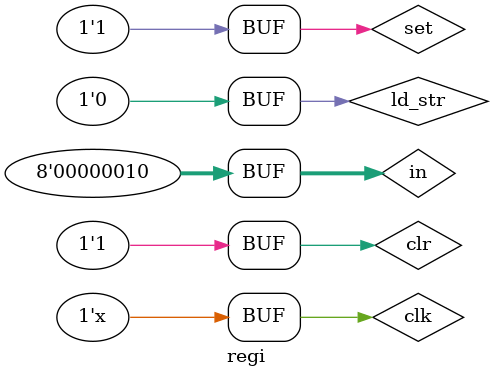
<source format=v>
`timescale 1ns / 1ps


module regi;

	// Inputs
	reg ld_str;
	reg [7:0] in;
	reg clk;
	reg set;
	reg clr;

	// Outputs
	wire [7:0] out;

	// Instantiate the Unit Under Test (UUT)
	nBit_ld_st_reg_gen uut (
		.ld_str(ld_str), 
		.in(in), 
		.out(out), 
		.clk(clk), 
		.set(set), 
		.clr(clr)
	);

	initial begin
		// Initialize Inputs
		ld_str = 0;
		in = 2;
		clk = 0;
		set = 1;
		clr = 1;

		// Wait 100 ns for global reset to finish
		#100;
        
		// Add stimulus here

	end
	
	always
	begin
	#20 clk = ~clk;
end	
	
	
	
      
endmodule


</source>
